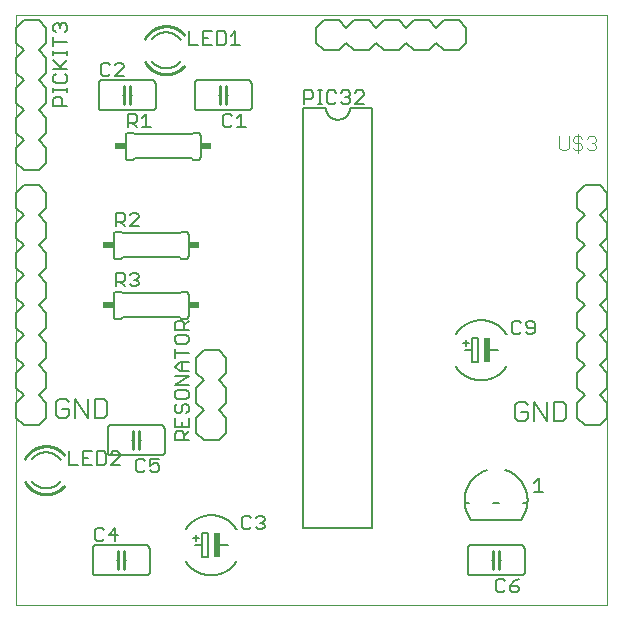
<source format=gto>
G75*
%MOIN*%
%OFA0B0*%
%FSLAX25Y25*%
%IPPOS*%
%LPD*%
%AMOC8*
5,1,8,0,0,1.08239X$1,22.5*
%
%ADD10C,0.00000*%
%ADD11C,0.00600*%
%ADD12C,0.00500*%
%ADD13C,0.01000*%
%ADD14R,0.02000X0.08000*%
%ADD15C,0.00800*%
%ADD16R,0.03400X0.02400*%
%ADD17C,0.00400*%
D10*
X0001800Y0002800D02*
X0001800Y0199650D01*
X0198650Y0199650D01*
X0198650Y0002800D01*
X0001800Y0002800D01*
D11*
X0027300Y0013800D02*
X0027300Y0021800D01*
X0027302Y0021860D01*
X0027307Y0021921D01*
X0027316Y0021980D01*
X0027329Y0022039D01*
X0027345Y0022098D01*
X0027365Y0022155D01*
X0027388Y0022210D01*
X0027415Y0022265D01*
X0027444Y0022317D01*
X0027477Y0022368D01*
X0027513Y0022417D01*
X0027551Y0022463D01*
X0027593Y0022507D01*
X0027637Y0022549D01*
X0027683Y0022587D01*
X0027732Y0022623D01*
X0027783Y0022656D01*
X0027835Y0022685D01*
X0027890Y0022712D01*
X0027945Y0022735D01*
X0028002Y0022755D01*
X0028061Y0022771D01*
X0028120Y0022784D01*
X0028179Y0022793D01*
X0028240Y0022798D01*
X0028300Y0022800D01*
X0045300Y0022800D01*
X0045360Y0022798D01*
X0045421Y0022793D01*
X0045480Y0022784D01*
X0045539Y0022771D01*
X0045598Y0022755D01*
X0045655Y0022735D01*
X0045710Y0022712D01*
X0045765Y0022685D01*
X0045817Y0022656D01*
X0045868Y0022623D01*
X0045917Y0022587D01*
X0045963Y0022549D01*
X0046007Y0022507D01*
X0046049Y0022463D01*
X0046087Y0022417D01*
X0046123Y0022368D01*
X0046156Y0022317D01*
X0046185Y0022265D01*
X0046212Y0022210D01*
X0046235Y0022155D01*
X0046255Y0022098D01*
X0046271Y0022039D01*
X0046284Y0021980D01*
X0046293Y0021921D01*
X0046298Y0021860D01*
X0046300Y0021800D01*
X0046300Y0013800D01*
X0046298Y0013740D01*
X0046293Y0013679D01*
X0046284Y0013620D01*
X0046271Y0013561D01*
X0046255Y0013502D01*
X0046235Y0013445D01*
X0046212Y0013390D01*
X0046185Y0013335D01*
X0046156Y0013283D01*
X0046123Y0013232D01*
X0046087Y0013183D01*
X0046049Y0013137D01*
X0046007Y0013093D01*
X0045963Y0013051D01*
X0045917Y0013013D01*
X0045868Y0012977D01*
X0045817Y0012944D01*
X0045765Y0012915D01*
X0045710Y0012888D01*
X0045655Y0012865D01*
X0045598Y0012845D01*
X0045539Y0012829D01*
X0045480Y0012816D01*
X0045421Y0012807D01*
X0045360Y0012802D01*
X0045300Y0012800D01*
X0028300Y0012800D01*
X0028240Y0012802D01*
X0028179Y0012807D01*
X0028120Y0012816D01*
X0028061Y0012829D01*
X0028002Y0012845D01*
X0027945Y0012865D01*
X0027890Y0012888D01*
X0027835Y0012915D01*
X0027783Y0012944D01*
X0027732Y0012977D01*
X0027683Y0013013D01*
X0027637Y0013051D01*
X0027593Y0013093D01*
X0027551Y0013137D01*
X0027513Y0013183D01*
X0027477Y0013232D01*
X0027444Y0013283D01*
X0027415Y0013335D01*
X0027388Y0013390D01*
X0027365Y0013445D01*
X0027345Y0013502D01*
X0027329Y0013561D01*
X0027316Y0013620D01*
X0027307Y0013679D01*
X0027302Y0013740D01*
X0027300Y0013800D01*
X0035300Y0017800D02*
X0035800Y0017800D01*
X0037800Y0017800D02*
X0038300Y0017800D01*
X0061300Y0022800D02*
X0063800Y0022800D01*
X0063800Y0026800D01*
X0065800Y0026800D01*
X0065800Y0018800D01*
X0063800Y0018800D01*
X0063800Y0022800D01*
X0061800Y0024300D02*
X0061800Y0026300D01*
X0060800Y0025300D02*
X0062800Y0025300D01*
X0058313Y0017512D02*
X0058444Y0017306D01*
X0058581Y0017104D01*
X0058723Y0016905D01*
X0058869Y0016709D01*
X0059020Y0016517D01*
X0059176Y0016329D01*
X0059336Y0016145D01*
X0059501Y0015965D01*
X0059670Y0015788D01*
X0059843Y0015616D01*
X0060021Y0015449D01*
X0060202Y0015285D01*
X0060388Y0015126D01*
X0060577Y0014972D01*
X0060770Y0014822D01*
X0060967Y0014677D01*
X0061167Y0014537D01*
X0061370Y0014402D01*
X0061577Y0014272D01*
X0061787Y0014147D01*
X0062000Y0014027D01*
X0062215Y0013913D01*
X0062434Y0013804D01*
X0062655Y0013700D01*
X0062878Y0013601D01*
X0063104Y0013508D01*
X0063332Y0013421D01*
X0063562Y0013339D01*
X0063794Y0013262D01*
X0064028Y0013192D01*
X0064264Y0013127D01*
X0064501Y0013068D01*
X0064739Y0013015D01*
X0064978Y0012967D01*
X0065219Y0012926D01*
X0065461Y0012890D01*
X0065703Y0012860D01*
X0065946Y0012837D01*
X0066190Y0012819D01*
X0066434Y0012807D01*
X0066678Y0012801D01*
X0066922Y0012801D01*
X0067166Y0012807D01*
X0067410Y0012819D01*
X0067654Y0012837D01*
X0067897Y0012860D01*
X0068139Y0012890D01*
X0068381Y0012926D01*
X0068622Y0012967D01*
X0068861Y0013015D01*
X0069099Y0013068D01*
X0069336Y0013127D01*
X0069572Y0013192D01*
X0069806Y0013262D01*
X0070038Y0013339D01*
X0070268Y0013421D01*
X0070496Y0013508D01*
X0070722Y0013601D01*
X0070945Y0013700D01*
X0071166Y0013804D01*
X0071385Y0013913D01*
X0071600Y0014027D01*
X0071813Y0014147D01*
X0072023Y0014272D01*
X0072230Y0014402D01*
X0072433Y0014537D01*
X0072633Y0014677D01*
X0072830Y0014822D01*
X0073023Y0014972D01*
X0073212Y0015126D01*
X0073398Y0015285D01*
X0073579Y0015449D01*
X0073757Y0015616D01*
X0073930Y0015788D01*
X0074099Y0015965D01*
X0074264Y0016145D01*
X0074424Y0016329D01*
X0074580Y0016517D01*
X0074731Y0016709D01*
X0074877Y0016905D01*
X0075019Y0017104D01*
X0075156Y0017306D01*
X0075287Y0017512D01*
X0072300Y0022800D02*
X0069300Y0022800D01*
X0075287Y0028088D02*
X0075156Y0028294D01*
X0075019Y0028496D01*
X0074877Y0028695D01*
X0074731Y0028891D01*
X0074580Y0029083D01*
X0074424Y0029271D01*
X0074264Y0029455D01*
X0074099Y0029635D01*
X0073930Y0029812D01*
X0073757Y0029984D01*
X0073579Y0030151D01*
X0073398Y0030315D01*
X0073212Y0030474D01*
X0073023Y0030628D01*
X0072830Y0030778D01*
X0072633Y0030923D01*
X0072433Y0031063D01*
X0072230Y0031198D01*
X0072023Y0031328D01*
X0071813Y0031453D01*
X0071600Y0031573D01*
X0071385Y0031687D01*
X0071166Y0031796D01*
X0070945Y0031900D01*
X0070722Y0031999D01*
X0070496Y0032092D01*
X0070268Y0032179D01*
X0070038Y0032261D01*
X0069806Y0032338D01*
X0069572Y0032408D01*
X0069336Y0032473D01*
X0069099Y0032532D01*
X0068861Y0032585D01*
X0068622Y0032633D01*
X0068381Y0032674D01*
X0068139Y0032710D01*
X0067897Y0032740D01*
X0067654Y0032763D01*
X0067410Y0032781D01*
X0067166Y0032793D01*
X0066922Y0032799D01*
X0066678Y0032799D01*
X0066434Y0032793D01*
X0066190Y0032781D01*
X0065946Y0032763D01*
X0065703Y0032740D01*
X0065461Y0032710D01*
X0065219Y0032674D01*
X0064978Y0032633D01*
X0064739Y0032585D01*
X0064501Y0032532D01*
X0064264Y0032473D01*
X0064028Y0032408D01*
X0063794Y0032338D01*
X0063562Y0032261D01*
X0063332Y0032179D01*
X0063104Y0032092D01*
X0062878Y0031999D01*
X0062655Y0031900D01*
X0062434Y0031796D01*
X0062215Y0031687D01*
X0062000Y0031573D01*
X0061787Y0031453D01*
X0061577Y0031328D01*
X0061370Y0031198D01*
X0061167Y0031063D01*
X0060967Y0030923D01*
X0060770Y0030778D01*
X0060577Y0030628D01*
X0060388Y0030474D01*
X0060202Y0030315D01*
X0060021Y0030151D01*
X0059843Y0029984D01*
X0059670Y0029812D01*
X0059501Y0029635D01*
X0059336Y0029455D01*
X0059176Y0029271D01*
X0059020Y0029083D01*
X0058869Y0028891D01*
X0058723Y0028695D01*
X0058581Y0028496D01*
X0058444Y0028294D01*
X0058313Y0028088D01*
X0050300Y0052800D02*
X0033300Y0052800D01*
X0033240Y0052802D01*
X0033179Y0052807D01*
X0033120Y0052816D01*
X0033061Y0052829D01*
X0033002Y0052845D01*
X0032945Y0052865D01*
X0032890Y0052888D01*
X0032835Y0052915D01*
X0032783Y0052944D01*
X0032732Y0052977D01*
X0032683Y0053013D01*
X0032637Y0053051D01*
X0032593Y0053093D01*
X0032551Y0053137D01*
X0032513Y0053183D01*
X0032477Y0053232D01*
X0032444Y0053283D01*
X0032415Y0053335D01*
X0032388Y0053390D01*
X0032365Y0053445D01*
X0032345Y0053502D01*
X0032329Y0053561D01*
X0032316Y0053620D01*
X0032307Y0053679D01*
X0032302Y0053740D01*
X0032300Y0053800D01*
X0032300Y0061800D01*
X0032302Y0061860D01*
X0032307Y0061921D01*
X0032316Y0061980D01*
X0032329Y0062039D01*
X0032345Y0062098D01*
X0032365Y0062155D01*
X0032388Y0062210D01*
X0032415Y0062265D01*
X0032444Y0062317D01*
X0032477Y0062368D01*
X0032513Y0062417D01*
X0032551Y0062463D01*
X0032593Y0062507D01*
X0032637Y0062549D01*
X0032683Y0062587D01*
X0032732Y0062623D01*
X0032783Y0062656D01*
X0032835Y0062685D01*
X0032890Y0062712D01*
X0032945Y0062735D01*
X0033002Y0062755D01*
X0033061Y0062771D01*
X0033120Y0062784D01*
X0033179Y0062793D01*
X0033240Y0062798D01*
X0033300Y0062800D01*
X0050300Y0062800D01*
X0050360Y0062798D01*
X0050421Y0062793D01*
X0050480Y0062784D01*
X0050539Y0062771D01*
X0050598Y0062755D01*
X0050655Y0062735D01*
X0050710Y0062712D01*
X0050765Y0062685D01*
X0050817Y0062656D01*
X0050868Y0062623D01*
X0050917Y0062587D01*
X0050963Y0062549D01*
X0051007Y0062507D01*
X0051049Y0062463D01*
X0051087Y0062417D01*
X0051123Y0062368D01*
X0051156Y0062317D01*
X0051185Y0062265D01*
X0051212Y0062210D01*
X0051235Y0062155D01*
X0051255Y0062098D01*
X0051271Y0062039D01*
X0051284Y0061980D01*
X0051293Y0061921D01*
X0051298Y0061860D01*
X0051300Y0061800D01*
X0051300Y0053800D01*
X0051298Y0053740D01*
X0051293Y0053679D01*
X0051284Y0053620D01*
X0051271Y0053561D01*
X0051255Y0053502D01*
X0051235Y0053445D01*
X0051212Y0053390D01*
X0051185Y0053335D01*
X0051156Y0053283D01*
X0051123Y0053232D01*
X0051087Y0053183D01*
X0051049Y0053137D01*
X0051007Y0053093D01*
X0050963Y0053051D01*
X0050917Y0053013D01*
X0050868Y0052977D01*
X0050817Y0052944D01*
X0050765Y0052915D01*
X0050710Y0052888D01*
X0050655Y0052865D01*
X0050598Y0052845D01*
X0050539Y0052829D01*
X0050480Y0052816D01*
X0050421Y0052807D01*
X0050360Y0052802D01*
X0050300Y0052800D01*
X0043300Y0057800D02*
X0042800Y0057800D01*
X0040800Y0057800D02*
X0040300Y0057800D01*
X0032261Y0066168D02*
X0032261Y0070438D01*
X0031194Y0071505D01*
X0027991Y0071505D01*
X0027991Y0065100D01*
X0031194Y0065100D01*
X0032261Y0066168D01*
X0025816Y0065100D02*
X0025816Y0071505D01*
X0021545Y0071505D02*
X0025816Y0065100D01*
X0021545Y0065100D02*
X0021545Y0071505D01*
X0019370Y0070438D02*
X0018303Y0071505D01*
X0016168Y0071505D01*
X0015100Y0070438D01*
X0015100Y0066168D01*
X0016168Y0065100D01*
X0018303Y0065100D01*
X0019370Y0066168D01*
X0019370Y0068303D01*
X0017235Y0068303D01*
X0007064Y0044117D02*
X0007158Y0043998D01*
X0007256Y0043882D01*
X0007356Y0043768D01*
X0007460Y0043657D01*
X0007566Y0043549D01*
X0007674Y0043443D01*
X0007786Y0043341D01*
X0007900Y0043241D01*
X0008016Y0043143D01*
X0008135Y0043049D01*
X0008256Y0042958D01*
X0008380Y0042870D01*
X0008506Y0042785D01*
X0008633Y0042704D01*
X0008763Y0042625D01*
X0008895Y0042550D01*
X0009028Y0042479D01*
X0009164Y0042410D01*
X0009301Y0042345D01*
X0009439Y0042284D01*
X0009580Y0042226D01*
X0009721Y0042172D01*
X0009864Y0042121D01*
X0010008Y0042074D01*
X0010153Y0042030D01*
X0010300Y0041991D01*
X0010447Y0041955D01*
X0010595Y0041922D01*
X0010744Y0041894D01*
X0010894Y0041869D01*
X0011044Y0041848D01*
X0011194Y0041831D01*
X0011346Y0041817D01*
X0011497Y0041808D01*
X0011648Y0041802D01*
X0011800Y0041800D01*
X0007000Y0051400D02*
X0007092Y0051519D01*
X0007186Y0051636D01*
X0007284Y0051750D01*
X0007384Y0051862D01*
X0007488Y0051972D01*
X0007593Y0052078D01*
X0007702Y0052183D01*
X0007813Y0052284D01*
X0007927Y0052382D01*
X0008043Y0052478D01*
X0008161Y0052571D01*
X0008282Y0052660D01*
X0008405Y0052747D01*
X0008530Y0052830D01*
X0008657Y0052911D01*
X0008786Y0052988D01*
X0008917Y0053062D01*
X0009050Y0053133D01*
X0009184Y0053200D01*
X0009320Y0053264D01*
X0009458Y0053324D01*
X0009597Y0053381D01*
X0009738Y0053434D01*
X0009880Y0053484D01*
X0010023Y0053531D01*
X0010167Y0053573D01*
X0010312Y0053613D01*
X0010458Y0053648D01*
X0010605Y0053680D01*
X0010753Y0053708D01*
X0010901Y0053732D01*
X0011050Y0053753D01*
X0011200Y0053770D01*
X0011349Y0053783D01*
X0011499Y0053792D01*
X0011650Y0053798D01*
X0011800Y0053800D01*
X0016536Y0044117D02*
X0016442Y0043998D01*
X0016344Y0043882D01*
X0016244Y0043768D01*
X0016140Y0043657D01*
X0016034Y0043549D01*
X0015926Y0043443D01*
X0015814Y0043341D01*
X0015700Y0043241D01*
X0015584Y0043143D01*
X0015465Y0043049D01*
X0015344Y0042958D01*
X0015220Y0042870D01*
X0015094Y0042785D01*
X0014967Y0042704D01*
X0014837Y0042625D01*
X0014705Y0042550D01*
X0014572Y0042479D01*
X0014436Y0042410D01*
X0014299Y0042345D01*
X0014161Y0042284D01*
X0014020Y0042226D01*
X0013879Y0042172D01*
X0013736Y0042121D01*
X0013592Y0042074D01*
X0013447Y0042030D01*
X0013300Y0041991D01*
X0013153Y0041955D01*
X0013005Y0041922D01*
X0012856Y0041894D01*
X0012706Y0041869D01*
X0012556Y0041848D01*
X0012406Y0041831D01*
X0012254Y0041817D01*
X0012103Y0041808D01*
X0011952Y0041802D01*
X0011800Y0041800D01*
X0016682Y0051287D02*
X0016591Y0051412D01*
X0016497Y0051534D01*
X0016399Y0051653D01*
X0016299Y0051770D01*
X0016195Y0051884D01*
X0016089Y0051996D01*
X0015980Y0052104D01*
X0015868Y0052210D01*
X0015753Y0052313D01*
X0015636Y0052413D01*
X0015516Y0052511D01*
X0015394Y0052604D01*
X0015270Y0052695D01*
X0015143Y0052783D01*
X0015014Y0052867D01*
X0014882Y0052948D01*
X0014749Y0053025D01*
X0014614Y0053099D01*
X0014477Y0053170D01*
X0014338Y0053237D01*
X0014198Y0053300D01*
X0014055Y0053360D01*
X0013912Y0053416D01*
X0013767Y0053468D01*
X0013621Y0053517D01*
X0013473Y0053562D01*
X0013325Y0053603D01*
X0013175Y0053640D01*
X0013025Y0053674D01*
X0012873Y0053703D01*
X0012721Y0053729D01*
X0012569Y0053751D01*
X0012416Y0053768D01*
X0012262Y0053782D01*
X0012108Y0053792D01*
X0011954Y0053798D01*
X0011800Y0053800D01*
X0035300Y0098300D02*
X0036800Y0098300D01*
X0037300Y0098800D01*
X0056300Y0098800D01*
X0056800Y0098300D01*
X0058300Y0098300D01*
X0058360Y0098302D01*
X0058421Y0098307D01*
X0058480Y0098316D01*
X0058539Y0098329D01*
X0058598Y0098345D01*
X0058655Y0098365D01*
X0058710Y0098388D01*
X0058765Y0098415D01*
X0058817Y0098444D01*
X0058868Y0098477D01*
X0058917Y0098513D01*
X0058963Y0098551D01*
X0059007Y0098593D01*
X0059049Y0098637D01*
X0059087Y0098683D01*
X0059123Y0098732D01*
X0059156Y0098783D01*
X0059185Y0098835D01*
X0059212Y0098890D01*
X0059235Y0098945D01*
X0059255Y0099002D01*
X0059271Y0099061D01*
X0059284Y0099120D01*
X0059293Y0099179D01*
X0059298Y0099240D01*
X0059300Y0099300D01*
X0059300Y0106300D01*
X0059298Y0106360D01*
X0059293Y0106421D01*
X0059284Y0106480D01*
X0059271Y0106539D01*
X0059255Y0106598D01*
X0059235Y0106655D01*
X0059212Y0106710D01*
X0059185Y0106765D01*
X0059156Y0106817D01*
X0059123Y0106868D01*
X0059087Y0106917D01*
X0059049Y0106963D01*
X0059007Y0107007D01*
X0058963Y0107049D01*
X0058917Y0107087D01*
X0058868Y0107123D01*
X0058817Y0107156D01*
X0058765Y0107185D01*
X0058710Y0107212D01*
X0058655Y0107235D01*
X0058598Y0107255D01*
X0058539Y0107271D01*
X0058480Y0107284D01*
X0058421Y0107293D01*
X0058360Y0107298D01*
X0058300Y0107300D01*
X0056800Y0107300D01*
X0056300Y0106800D01*
X0037300Y0106800D01*
X0036800Y0107300D01*
X0035300Y0107300D01*
X0035240Y0107298D01*
X0035179Y0107293D01*
X0035120Y0107284D01*
X0035061Y0107271D01*
X0035002Y0107255D01*
X0034945Y0107235D01*
X0034890Y0107212D01*
X0034835Y0107185D01*
X0034783Y0107156D01*
X0034732Y0107123D01*
X0034683Y0107087D01*
X0034637Y0107049D01*
X0034593Y0107007D01*
X0034551Y0106963D01*
X0034513Y0106917D01*
X0034477Y0106868D01*
X0034444Y0106817D01*
X0034415Y0106765D01*
X0034388Y0106710D01*
X0034365Y0106655D01*
X0034345Y0106598D01*
X0034329Y0106539D01*
X0034316Y0106480D01*
X0034307Y0106421D01*
X0034302Y0106360D01*
X0034300Y0106300D01*
X0034300Y0099300D01*
X0034302Y0099240D01*
X0034307Y0099179D01*
X0034316Y0099120D01*
X0034329Y0099061D01*
X0034345Y0099002D01*
X0034365Y0098945D01*
X0034388Y0098890D01*
X0034415Y0098835D01*
X0034444Y0098783D01*
X0034477Y0098732D01*
X0034513Y0098683D01*
X0034551Y0098637D01*
X0034593Y0098593D01*
X0034637Y0098551D01*
X0034683Y0098513D01*
X0034732Y0098477D01*
X0034783Y0098444D01*
X0034835Y0098415D01*
X0034890Y0098388D01*
X0034945Y0098365D01*
X0035002Y0098345D01*
X0035061Y0098329D01*
X0035120Y0098316D01*
X0035179Y0098307D01*
X0035240Y0098302D01*
X0035300Y0098300D01*
X0035300Y0118300D02*
X0036800Y0118300D01*
X0037300Y0118800D01*
X0056300Y0118800D01*
X0056800Y0118300D01*
X0058300Y0118300D01*
X0058360Y0118302D01*
X0058421Y0118307D01*
X0058480Y0118316D01*
X0058539Y0118329D01*
X0058598Y0118345D01*
X0058655Y0118365D01*
X0058710Y0118388D01*
X0058765Y0118415D01*
X0058817Y0118444D01*
X0058868Y0118477D01*
X0058917Y0118513D01*
X0058963Y0118551D01*
X0059007Y0118593D01*
X0059049Y0118637D01*
X0059087Y0118683D01*
X0059123Y0118732D01*
X0059156Y0118783D01*
X0059185Y0118835D01*
X0059212Y0118890D01*
X0059235Y0118945D01*
X0059255Y0119002D01*
X0059271Y0119061D01*
X0059284Y0119120D01*
X0059293Y0119179D01*
X0059298Y0119240D01*
X0059300Y0119300D01*
X0059300Y0126300D01*
X0059298Y0126360D01*
X0059293Y0126421D01*
X0059284Y0126480D01*
X0059271Y0126539D01*
X0059255Y0126598D01*
X0059235Y0126655D01*
X0059212Y0126710D01*
X0059185Y0126765D01*
X0059156Y0126817D01*
X0059123Y0126868D01*
X0059087Y0126917D01*
X0059049Y0126963D01*
X0059007Y0127007D01*
X0058963Y0127049D01*
X0058917Y0127087D01*
X0058868Y0127123D01*
X0058817Y0127156D01*
X0058765Y0127185D01*
X0058710Y0127212D01*
X0058655Y0127235D01*
X0058598Y0127255D01*
X0058539Y0127271D01*
X0058480Y0127284D01*
X0058421Y0127293D01*
X0058360Y0127298D01*
X0058300Y0127300D01*
X0056800Y0127300D01*
X0056300Y0126800D01*
X0037300Y0126800D01*
X0036800Y0127300D01*
X0035300Y0127300D01*
X0035240Y0127298D01*
X0035179Y0127293D01*
X0035120Y0127284D01*
X0035061Y0127271D01*
X0035002Y0127255D01*
X0034945Y0127235D01*
X0034890Y0127212D01*
X0034835Y0127185D01*
X0034783Y0127156D01*
X0034732Y0127123D01*
X0034683Y0127087D01*
X0034637Y0127049D01*
X0034593Y0127007D01*
X0034551Y0126963D01*
X0034513Y0126917D01*
X0034477Y0126868D01*
X0034444Y0126817D01*
X0034415Y0126765D01*
X0034388Y0126710D01*
X0034365Y0126655D01*
X0034345Y0126598D01*
X0034329Y0126539D01*
X0034316Y0126480D01*
X0034307Y0126421D01*
X0034302Y0126360D01*
X0034300Y0126300D01*
X0034300Y0119300D01*
X0034302Y0119240D01*
X0034307Y0119179D01*
X0034316Y0119120D01*
X0034329Y0119061D01*
X0034345Y0119002D01*
X0034365Y0118945D01*
X0034388Y0118890D01*
X0034415Y0118835D01*
X0034444Y0118783D01*
X0034477Y0118732D01*
X0034513Y0118683D01*
X0034551Y0118637D01*
X0034593Y0118593D01*
X0034637Y0118551D01*
X0034683Y0118513D01*
X0034732Y0118477D01*
X0034783Y0118444D01*
X0034835Y0118415D01*
X0034890Y0118388D01*
X0034945Y0118365D01*
X0035002Y0118345D01*
X0035061Y0118329D01*
X0035120Y0118316D01*
X0035179Y0118307D01*
X0035240Y0118302D01*
X0035300Y0118300D01*
X0039300Y0151300D02*
X0040800Y0151300D01*
X0041300Y0151800D01*
X0060300Y0151800D01*
X0060800Y0151300D01*
X0062300Y0151300D01*
X0062360Y0151302D01*
X0062421Y0151307D01*
X0062480Y0151316D01*
X0062539Y0151329D01*
X0062598Y0151345D01*
X0062655Y0151365D01*
X0062710Y0151388D01*
X0062765Y0151415D01*
X0062817Y0151444D01*
X0062868Y0151477D01*
X0062917Y0151513D01*
X0062963Y0151551D01*
X0063007Y0151593D01*
X0063049Y0151637D01*
X0063087Y0151683D01*
X0063123Y0151732D01*
X0063156Y0151783D01*
X0063185Y0151835D01*
X0063212Y0151890D01*
X0063235Y0151945D01*
X0063255Y0152002D01*
X0063271Y0152061D01*
X0063284Y0152120D01*
X0063293Y0152179D01*
X0063298Y0152240D01*
X0063300Y0152300D01*
X0063300Y0159300D01*
X0063298Y0159360D01*
X0063293Y0159421D01*
X0063284Y0159480D01*
X0063271Y0159539D01*
X0063255Y0159598D01*
X0063235Y0159655D01*
X0063212Y0159710D01*
X0063185Y0159765D01*
X0063156Y0159817D01*
X0063123Y0159868D01*
X0063087Y0159917D01*
X0063049Y0159963D01*
X0063007Y0160007D01*
X0062963Y0160049D01*
X0062917Y0160087D01*
X0062868Y0160123D01*
X0062817Y0160156D01*
X0062765Y0160185D01*
X0062710Y0160212D01*
X0062655Y0160235D01*
X0062598Y0160255D01*
X0062539Y0160271D01*
X0062480Y0160284D01*
X0062421Y0160293D01*
X0062360Y0160298D01*
X0062300Y0160300D01*
X0060800Y0160300D01*
X0060300Y0159800D01*
X0041300Y0159800D01*
X0040800Y0160300D01*
X0039300Y0160300D01*
X0039240Y0160298D01*
X0039179Y0160293D01*
X0039120Y0160284D01*
X0039061Y0160271D01*
X0039002Y0160255D01*
X0038945Y0160235D01*
X0038890Y0160212D01*
X0038835Y0160185D01*
X0038783Y0160156D01*
X0038732Y0160123D01*
X0038683Y0160087D01*
X0038637Y0160049D01*
X0038593Y0160007D01*
X0038551Y0159963D01*
X0038513Y0159917D01*
X0038477Y0159868D01*
X0038444Y0159817D01*
X0038415Y0159765D01*
X0038388Y0159710D01*
X0038365Y0159655D01*
X0038345Y0159598D01*
X0038329Y0159539D01*
X0038316Y0159480D01*
X0038307Y0159421D01*
X0038302Y0159360D01*
X0038300Y0159300D01*
X0038300Y0152300D01*
X0038302Y0152240D01*
X0038307Y0152179D01*
X0038316Y0152120D01*
X0038329Y0152061D01*
X0038345Y0152002D01*
X0038365Y0151945D01*
X0038388Y0151890D01*
X0038415Y0151835D01*
X0038444Y0151783D01*
X0038477Y0151732D01*
X0038513Y0151683D01*
X0038551Y0151637D01*
X0038593Y0151593D01*
X0038637Y0151551D01*
X0038683Y0151513D01*
X0038732Y0151477D01*
X0038783Y0151444D01*
X0038835Y0151415D01*
X0038890Y0151388D01*
X0038945Y0151365D01*
X0039002Y0151345D01*
X0039061Y0151329D01*
X0039120Y0151316D01*
X0039179Y0151307D01*
X0039240Y0151302D01*
X0039300Y0151300D01*
X0047300Y0167800D02*
X0030300Y0167800D01*
X0030240Y0167802D01*
X0030179Y0167807D01*
X0030120Y0167816D01*
X0030061Y0167829D01*
X0030002Y0167845D01*
X0029945Y0167865D01*
X0029890Y0167888D01*
X0029835Y0167915D01*
X0029783Y0167944D01*
X0029732Y0167977D01*
X0029683Y0168013D01*
X0029637Y0168051D01*
X0029593Y0168093D01*
X0029551Y0168137D01*
X0029513Y0168183D01*
X0029477Y0168232D01*
X0029444Y0168283D01*
X0029415Y0168335D01*
X0029388Y0168390D01*
X0029365Y0168445D01*
X0029345Y0168502D01*
X0029329Y0168561D01*
X0029316Y0168620D01*
X0029307Y0168679D01*
X0029302Y0168740D01*
X0029300Y0168800D01*
X0029300Y0176800D01*
X0029302Y0176860D01*
X0029307Y0176921D01*
X0029316Y0176980D01*
X0029329Y0177039D01*
X0029345Y0177098D01*
X0029365Y0177155D01*
X0029388Y0177210D01*
X0029415Y0177265D01*
X0029444Y0177317D01*
X0029477Y0177368D01*
X0029513Y0177417D01*
X0029551Y0177463D01*
X0029593Y0177507D01*
X0029637Y0177549D01*
X0029683Y0177587D01*
X0029732Y0177623D01*
X0029783Y0177656D01*
X0029835Y0177685D01*
X0029890Y0177712D01*
X0029945Y0177735D01*
X0030002Y0177755D01*
X0030061Y0177771D01*
X0030120Y0177784D01*
X0030179Y0177793D01*
X0030240Y0177798D01*
X0030300Y0177800D01*
X0047300Y0177800D01*
X0047360Y0177798D01*
X0047421Y0177793D01*
X0047480Y0177784D01*
X0047539Y0177771D01*
X0047598Y0177755D01*
X0047655Y0177735D01*
X0047710Y0177712D01*
X0047765Y0177685D01*
X0047817Y0177656D01*
X0047868Y0177623D01*
X0047917Y0177587D01*
X0047963Y0177549D01*
X0048007Y0177507D01*
X0048049Y0177463D01*
X0048087Y0177417D01*
X0048123Y0177368D01*
X0048156Y0177317D01*
X0048185Y0177265D01*
X0048212Y0177210D01*
X0048235Y0177155D01*
X0048255Y0177098D01*
X0048271Y0177039D01*
X0048284Y0176980D01*
X0048293Y0176921D01*
X0048298Y0176860D01*
X0048300Y0176800D01*
X0048300Y0168800D01*
X0048298Y0168740D01*
X0048293Y0168679D01*
X0048284Y0168620D01*
X0048271Y0168561D01*
X0048255Y0168502D01*
X0048235Y0168445D01*
X0048212Y0168390D01*
X0048185Y0168335D01*
X0048156Y0168283D01*
X0048123Y0168232D01*
X0048087Y0168183D01*
X0048049Y0168137D01*
X0048007Y0168093D01*
X0047963Y0168051D01*
X0047917Y0168013D01*
X0047868Y0167977D01*
X0047817Y0167944D01*
X0047765Y0167915D01*
X0047710Y0167888D01*
X0047655Y0167865D01*
X0047598Y0167845D01*
X0047539Y0167829D01*
X0047480Y0167816D01*
X0047421Y0167807D01*
X0047360Y0167802D01*
X0047300Y0167800D01*
X0040300Y0172800D02*
X0039800Y0172800D01*
X0037800Y0172800D02*
X0037300Y0172800D01*
X0051800Y0193800D02*
X0051954Y0193798D01*
X0052108Y0193792D01*
X0052262Y0193782D01*
X0052416Y0193768D01*
X0052569Y0193751D01*
X0052721Y0193729D01*
X0052873Y0193703D01*
X0053025Y0193674D01*
X0053175Y0193640D01*
X0053325Y0193603D01*
X0053473Y0193562D01*
X0053621Y0193517D01*
X0053767Y0193468D01*
X0053912Y0193416D01*
X0054055Y0193360D01*
X0054198Y0193300D01*
X0054338Y0193237D01*
X0054477Y0193170D01*
X0054614Y0193099D01*
X0054749Y0193025D01*
X0054882Y0192948D01*
X0055014Y0192867D01*
X0055143Y0192783D01*
X0055270Y0192695D01*
X0055394Y0192604D01*
X0055516Y0192511D01*
X0055636Y0192413D01*
X0055753Y0192313D01*
X0055868Y0192210D01*
X0055980Y0192104D01*
X0056089Y0191996D01*
X0056195Y0191884D01*
X0056299Y0191770D01*
X0056399Y0191653D01*
X0056497Y0191534D01*
X0056591Y0191412D01*
X0056682Y0191287D01*
X0051800Y0181800D02*
X0051648Y0181802D01*
X0051497Y0181808D01*
X0051346Y0181817D01*
X0051194Y0181831D01*
X0051044Y0181848D01*
X0050894Y0181869D01*
X0050744Y0181894D01*
X0050595Y0181922D01*
X0050447Y0181955D01*
X0050300Y0181991D01*
X0050153Y0182030D01*
X0050008Y0182074D01*
X0049864Y0182121D01*
X0049721Y0182172D01*
X0049580Y0182226D01*
X0049439Y0182284D01*
X0049301Y0182345D01*
X0049164Y0182410D01*
X0049028Y0182479D01*
X0048895Y0182550D01*
X0048763Y0182625D01*
X0048633Y0182704D01*
X0048506Y0182785D01*
X0048380Y0182870D01*
X0048256Y0182958D01*
X0048135Y0183049D01*
X0048016Y0183143D01*
X0047900Y0183241D01*
X0047786Y0183341D01*
X0047674Y0183443D01*
X0047566Y0183549D01*
X0047460Y0183657D01*
X0047356Y0183768D01*
X0047256Y0183882D01*
X0047158Y0183998D01*
X0047064Y0184117D01*
X0051800Y0181800D02*
X0051952Y0181802D01*
X0052103Y0181808D01*
X0052254Y0181817D01*
X0052406Y0181831D01*
X0052556Y0181848D01*
X0052706Y0181869D01*
X0052856Y0181894D01*
X0053005Y0181922D01*
X0053153Y0181955D01*
X0053300Y0181991D01*
X0053447Y0182030D01*
X0053592Y0182074D01*
X0053736Y0182121D01*
X0053879Y0182172D01*
X0054020Y0182226D01*
X0054161Y0182284D01*
X0054299Y0182345D01*
X0054436Y0182410D01*
X0054572Y0182479D01*
X0054705Y0182550D01*
X0054837Y0182625D01*
X0054967Y0182704D01*
X0055094Y0182785D01*
X0055220Y0182870D01*
X0055344Y0182958D01*
X0055465Y0183049D01*
X0055584Y0183143D01*
X0055700Y0183241D01*
X0055814Y0183341D01*
X0055926Y0183443D01*
X0056034Y0183549D01*
X0056140Y0183657D01*
X0056244Y0183768D01*
X0056344Y0183882D01*
X0056442Y0183998D01*
X0056536Y0184117D01*
X0051800Y0193800D02*
X0051650Y0193798D01*
X0051499Y0193792D01*
X0051349Y0193783D01*
X0051200Y0193770D01*
X0051050Y0193753D01*
X0050901Y0193732D01*
X0050753Y0193708D01*
X0050605Y0193680D01*
X0050458Y0193648D01*
X0050312Y0193613D01*
X0050167Y0193573D01*
X0050023Y0193531D01*
X0049880Y0193484D01*
X0049738Y0193434D01*
X0049597Y0193381D01*
X0049458Y0193324D01*
X0049320Y0193264D01*
X0049184Y0193200D01*
X0049050Y0193133D01*
X0048917Y0193062D01*
X0048786Y0192988D01*
X0048657Y0192911D01*
X0048530Y0192830D01*
X0048405Y0192747D01*
X0048282Y0192660D01*
X0048161Y0192571D01*
X0048043Y0192478D01*
X0047927Y0192382D01*
X0047813Y0192284D01*
X0047702Y0192183D01*
X0047593Y0192078D01*
X0047488Y0191972D01*
X0047384Y0191862D01*
X0047284Y0191750D01*
X0047186Y0191636D01*
X0047092Y0191519D01*
X0047000Y0191400D01*
X0061300Y0176800D02*
X0061300Y0168800D01*
X0061302Y0168740D01*
X0061307Y0168679D01*
X0061316Y0168620D01*
X0061329Y0168561D01*
X0061345Y0168502D01*
X0061365Y0168445D01*
X0061388Y0168390D01*
X0061415Y0168335D01*
X0061444Y0168283D01*
X0061477Y0168232D01*
X0061513Y0168183D01*
X0061551Y0168137D01*
X0061593Y0168093D01*
X0061637Y0168051D01*
X0061683Y0168013D01*
X0061732Y0167977D01*
X0061783Y0167944D01*
X0061835Y0167915D01*
X0061890Y0167888D01*
X0061945Y0167865D01*
X0062002Y0167845D01*
X0062061Y0167829D01*
X0062120Y0167816D01*
X0062179Y0167807D01*
X0062240Y0167802D01*
X0062300Y0167800D01*
X0079300Y0167800D01*
X0079360Y0167802D01*
X0079421Y0167807D01*
X0079480Y0167816D01*
X0079539Y0167829D01*
X0079598Y0167845D01*
X0079655Y0167865D01*
X0079710Y0167888D01*
X0079765Y0167915D01*
X0079817Y0167944D01*
X0079868Y0167977D01*
X0079917Y0168013D01*
X0079963Y0168051D01*
X0080007Y0168093D01*
X0080049Y0168137D01*
X0080087Y0168183D01*
X0080123Y0168232D01*
X0080156Y0168283D01*
X0080185Y0168335D01*
X0080212Y0168390D01*
X0080235Y0168445D01*
X0080255Y0168502D01*
X0080271Y0168561D01*
X0080284Y0168620D01*
X0080293Y0168679D01*
X0080298Y0168740D01*
X0080300Y0168800D01*
X0080300Y0176800D01*
X0080298Y0176860D01*
X0080293Y0176921D01*
X0080284Y0176980D01*
X0080271Y0177039D01*
X0080255Y0177098D01*
X0080235Y0177155D01*
X0080212Y0177210D01*
X0080185Y0177265D01*
X0080156Y0177317D01*
X0080123Y0177368D01*
X0080087Y0177417D01*
X0080049Y0177463D01*
X0080007Y0177507D01*
X0079963Y0177549D01*
X0079917Y0177587D01*
X0079868Y0177623D01*
X0079817Y0177656D01*
X0079765Y0177685D01*
X0079710Y0177712D01*
X0079655Y0177735D01*
X0079598Y0177755D01*
X0079539Y0177771D01*
X0079480Y0177784D01*
X0079421Y0177793D01*
X0079360Y0177798D01*
X0079300Y0177800D01*
X0062300Y0177800D01*
X0062240Y0177798D01*
X0062179Y0177793D01*
X0062120Y0177784D01*
X0062061Y0177771D01*
X0062002Y0177755D01*
X0061945Y0177735D01*
X0061890Y0177712D01*
X0061835Y0177685D01*
X0061783Y0177656D01*
X0061732Y0177623D01*
X0061683Y0177587D01*
X0061637Y0177549D01*
X0061593Y0177507D01*
X0061551Y0177463D01*
X0061513Y0177417D01*
X0061477Y0177368D01*
X0061444Y0177317D01*
X0061415Y0177265D01*
X0061388Y0177210D01*
X0061365Y0177155D01*
X0061345Y0177098D01*
X0061329Y0177039D01*
X0061316Y0176980D01*
X0061307Y0176921D01*
X0061302Y0176860D01*
X0061300Y0176800D01*
X0069300Y0172800D02*
X0069800Y0172800D01*
X0071800Y0172800D02*
X0072300Y0172800D01*
X0097583Y0168666D02*
X0105083Y0168666D01*
X0105085Y0168540D01*
X0105091Y0168415D01*
X0105101Y0168290D01*
X0105115Y0168165D01*
X0105132Y0168040D01*
X0105154Y0167916D01*
X0105179Y0167793D01*
X0105209Y0167671D01*
X0105242Y0167550D01*
X0105279Y0167430D01*
X0105319Y0167311D01*
X0105364Y0167194D01*
X0105412Y0167077D01*
X0105464Y0166963D01*
X0105519Y0166850D01*
X0105578Y0166739D01*
X0105640Y0166630D01*
X0105706Y0166523D01*
X0105775Y0166418D01*
X0105847Y0166315D01*
X0105922Y0166214D01*
X0106001Y0166116D01*
X0106083Y0166021D01*
X0106167Y0165928D01*
X0106255Y0165838D01*
X0106345Y0165750D01*
X0106438Y0165666D01*
X0106533Y0165584D01*
X0106631Y0165505D01*
X0106732Y0165430D01*
X0106835Y0165358D01*
X0106940Y0165289D01*
X0107047Y0165223D01*
X0107156Y0165161D01*
X0107267Y0165102D01*
X0107380Y0165047D01*
X0107494Y0164995D01*
X0107611Y0164947D01*
X0107728Y0164902D01*
X0107847Y0164862D01*
X0107967Y0164825D01*
X0108088Y0164792D01*
X0108210Y0164762D01*
X0108333Y0164737D01*
X0108457Y0164715D01*
X0108582Y0164698D01*
X0108707Y0164684D01*
X0108832Y0164674D01*
X0108957Y0164668D01*
X0109083Y0164666D01*
X0109209Y0164668D01*
X0109334Y0164674D01*
X0109459Y0164684D01*
X0109584Y0164698D01*
X0109709Y0164715D01*
X0109833Y0164737D01*
X0109956Y0164762D01*
X0110078Y0164792D01*
X0110199Y0164825D01*
X0110319Y0164862D01*
X0110438Y0164902D01*
X0110555Y0164947D01*
X0110672Y0164995D01*
X0110786Y0165047D01*
X0110899Y0165102D01*
X0111010Y0165161D01*
X0111119Y0165223D01*
X0111226Y0165289D01*
X0111331Y0165358D01*
X0111434Y0165430D01*
X0111535Y0165505D01*
X0111633Y0165584D01*
X0111728Y0165666D01*
X0111821Y0165750D01*
X0111911Y0165838D01*
X0111999Y0165928D01*
X0112083Y0166021D01*
X0112165Y0166116D01*
X0112244Y0166214D01*
X0112319Y0166315D01*
X0112391Y0166418D01*
X0112460Y0166523D01*
X0112526Y0166630D01*
X0112588Y0166739D01*
X0112647Y0166850D01*
X0112702Y0166963D01*
X0112754Y0167077D01*
X0112802Y0167194D01*
X0112847Y0167311D01*
X0112887Y0167430D01*
X0112924Y0167550D01*
X0112957Y0167671D01*
X0112987Y0167793D01*
X0113012Y0167916D01*
X0113034Y0168040D01*
X0113051Y0168165D01*
X0113065Y0168290D01*
X0113075Y0168415D01*
X0113081Y0168540D01*
X0113083Y0168666D01*
X0120583Y0168666D01*
X0120583Y0028666D01*
X0097583Y0028666D01*
X0097583Y0168666D01*
X0151800Y0091300D02*
X0151800Y0089300D01*
X0150800Y0090300D02*
X0152800Y0090300D01*
X0153800Y0091800D02*
X0153800Y0087800D01*
X0153800Y0083800D01*
X0155800Y0083800D01*
X0155800Y0091800D01*
X0153800Y0091800D01*
X0153800Y0087800D02*
X0151300Y0087800D01*
X0148313Y0082512D02*
X0148444Y0082306D01*
X0148581Y0082104D01*
X0148723Y0081905D01*
X0148869Y0081709D01*
X0149020Y0081517D01*
X0149176Y0081329D01*
X0149336Y0081145D01*
X0149501Y0080965D01*
X0149670Y0080788D01*
X0149843Y0080616D01*
X0150021Y0080449D01*
X0150202Y0080285D01*
X0150388Y0080126D01*
X0150577Y0079972D01*
X0150770Y0079822D01*
X0150967Y0079677D01*
X0151167Y0079537D01*
X0151370Y0079402D01*
X0151577Y0079272D01*
X0151787Y0079147D01*
X0152000Y0079027D01*
X0152215Y0078913D01*
X0152434Y0078804D01*
X0152655Y0078700D01*
X0152878Y0078601D01*
X0153104Y0078508D01*
X0153332Y0078421D01*
X0153562Y0078339D01*
X0153794Y0078262D01*
X0154028Y0078192D01*
X0154264Y0078127D01*
X0154501Y0078068D01*
X0154739Y0078015D01*
X0154978Y0077967D01*
X0155219Y0077926D01*
X0155461Y0077890D01*
X0155703Y0077860D01*
X0155946Y0077837D01*
X0156190Y0077819D01*
X0156434Y0077807D01*
X0156678Y0077801D01*
X0156922Y0077801D01*
X0157166Y0077807D01*
X0157410Y0077819D01*
X0157654Y0077837D01*
X0157897Y0077860D01*
X0158139Y0077890D01*
X0158381Y0077926D01*
X0158622Y0077967D01*
X0158861Y0078015D01*
X0159099Y0078068D01*
X0159336Y0078127D01*
X0159572Y0078192D01*
X0159806Y0078262D01*
X0160038Y0078339D01*
X0160268Y0078421D01*
X0160496Y0078508D01*
X0160722Y0078601D01*
X0160945Y0078700D01*
X0161166Y0078804D01*
X0161385Y0078913D01*
X0161600Y0079027D01*
X0161813Y0079147D01*
X0162023Y0079272D01*
X0162230Y0079402D01*
X0162433Y0079537D01*
X0162633Y0079677D01*
X0162830Y0079822D01*
X0163023Y0079972D01*
X0163212Y0080126D01*
X0163398Y0080285D01*
X0163579Y0080449D01*
X0163757Y0080616D01*
X0163930Y0080788D01*
X0164099Y0080965D01*
X0164264Y0081145D01*
X0164424Y0081329D01*
X0164580Y0081517D01*
X0164731Y0081709D01*
X0164877Y0081905D01*
X0165019Y0082104D01*
X0165156Y0082306D01*
X0165287Y0082512D01*
X0162300Y0087800D02*
X0159300Y0087800D01*
X0165287Y0093088D02*
X0165156Y0093294D01*
X0165019Y0093496D01*
X0164877Y0093695D01*
X0164731Y0093891D01*
X0164580Y0094083D01*
X0164424Y0094271D01*
X0164264Y0094455D01*
X0164099Y0094635D01*
X0163930Y0094812D01*
X0163757Y0094984D01*
X0163579Y0095151D01*
X0163398Y0095315D01*
X0163212Y0095474D01*
X0163023Y0095628D01*
X0162830Y0095778D01*
X0162633Y0095923D01*
X0162433Y0096063D01*
X0162230Y0096198D01*
X0162023Y0096328D01*
X0161813Y0096453D01*
X0161600Y0096573D01*
X0161385Y0096687D01*
X0161166Y0096796D01*
X0160945Y0096900D01*
X0160722Y0096999D01*
X0160496Y0097092D01*
X0160268Y0097179D01*
X0160038Y0097261D01*
X0159806Y0097338D01*
X0159572Y0097408D01*
X0159336Y0097473D01*
X0159099Y0097532D01*
X0158861Y0097585D01*
X0158622Y0097633D01*
X0158381Y0097674D01*
X0158139Y0097710D01*
X0157897Y0097740D01*
X0157654Y0097763D01*
X0157410Y0097781D01*
X0157166Y0097793D01*
X0156922Y0097799D01*
X0156678Y0097799D01*
X0156434Y0097793D01*
X0156190Y0097781D01*
X0155946Y0097763D01*
X0155703Y0097740D01*
X0155461Y0097710D01*
X0155219Y0097674D01*
X0154978Y0097633D01*
X0154739Y0097585D01*
X0154501Y0097532D01*
X0154264Y0097473D01*
X0154028Y0097408D01*
X0153794Y0097338D01*
X0153562Y0097261D01*
X0153332Y0097179D01*
X0153104Y0097092D01*
X0152878Y0096999D01*
X0152655Y0096900D01*
X0152434Y0096796D01*
X0152215Y0096687D01*
X0152000Y0096573D01*
X0151787Y0096453D01*
X0151577Y0096328D01*
X0151370Y0096198D01*
X0151167Y0096063D01*
X0150967Y0095923D01*
X0150770Y0095778D01*
X0150577Y0095628D01*
X0150388Y0095474D01*
X0150202Y0095315D01*
X0150021Y0095151D01*
X0149843Y0094984D01*
X0149670Y0094812D01*
X0149501Y0094635D01*
X0149336Y0094455D01*
X0149176Y0094271D01*
X0149020Y0094083D01*
X0148869Y0093891D01*
X0148723Y0093695D01*
X0148581Y0093496D01*
X0148444Y0093294D01*
X0148313Y0093088D01*
X0169168Y0070505D02*
X0168100Y0069438D01*
X0168100Y0065168D01*
X0169168Y0064100D01*
X0171303Y0064100D01*
X0172370Y0065168D01*
X0172370Y0067303D01*
X0170235Y0067303D01*
X0172370Y0069438D02*
X0171303Y0070505D01*
X0169168Y0070505D01*
X0174545Y0070505D02*
X0174545Y0064100D01*
X0178816Y0064100D02*
X0178816Y0070505D01*
X0180991Y0070505D02*
X0184194Y0070505D01*
X0185261Y0069438D01*
X0185261Y0065168D01*
X0184194Y0064100D01*
X0180991Y0064100D01*
X0180991Y0070505D01*
X0174545Y0070505D02*
X0178816Y0064100D01*
X0170300Y0022800D02*
X0153300Y0022800D01*
X0153240Y0022798D01*
X0153179Y0022793D01*
X0153120Y0022784D01*
X0153061Y0022771D01*
X0153002Y0022755D01*
X0152945Y0022735D01*
X0152890Y0022712D01*
X0152835Y0022685D01*
X0152783Y0022656D01*
X0152732Y0022623D01*
X0152683Y0022587D01*
X0152637Y0022549D01*
X0152593Y0022507D01*
X0152551Y0022463D01*
X0152513Y0022417D01*
X0152477Y0022368D01*
X0152444Y0022317D01*
X0152415Y0022265D01*
X0152388Y0022210D01*
X0152365Y0022155D01*
X0152345Y0022098D01*
X0152329Y0022039D01*
X0152316Y0021980D01*
X0152307Y0021921D01*
X0152302Y0021860D01*
X0152300Y0021800D01*
X0152300Y0013800D01*
X0152302Y0013740D01*
X0152307Y0013679D01*
X0152316Y0013620D01*
X0152329Y0013561D01*
X0152345Y0013502D01*
X0152365Y0013445D01*
X0152388Y0013390D01*
X0152415Y0013335D01*
X0152444Y0013283D01*
X0152477Y0013232D01*
X0152513Y0013183D01*
X0152551Y0013137D01*
X0152593Y0013093D01*
X0152637Y0013051D01*
X0152683Y0013013D01*
X0152732Y0012977D01*
X0152783Y0012944D01*
X0152835Y0012915D01*
X0152890Y0012888D01*
X0152945Y0012865D01*
X0153002Y0012845D01*
X0153061Y0012829D01*
X0153120Y0012816D01*
X0153179Y0012807D01*
X0153240Y0012802D01*
X0153300Y0012800D01*
X0170300Y0012800D01*
X0170360Y0012802D01*
X0170421Y0012807D01*
X0170480Y0012816D01*
X0170539Y0012829D01*
X0170598Y0012845D01*
X0170655Y0012865D01*
X0170710Y0012888D01*
X0170765Y0012915D01*
X0170817Y0012944D01*
X0170868Y0012977D01*
X0170917Y0013013D01*
X0170963Y0013051D01*
X0171007Y0013093D01*
X0171049Y0013137D01*
X0171087Y0013183D01*
X0171123Y0013232D01*
X0171156Y0013283D01*
X0171185Y0013335D01*
X0171212Y0013390D01*
X0171235Y0013445D01*
X0171255Y0013502D01*
X0171271Y0013561D01*
X0171284Y0013620D01*
X0171293Y0013679D01*
X0171298Y0013740D01*
X0171300Y0013800D01*
X0171300Y0021800D01*
X0171298Y0021860D01*
X0171293Y0021921D01*
X0171284Y0021980D01*
X0171271Y0022039D01*
X0171255Y0022098D01*
X0171235Y0022155D01*
X0171212Y0022210D01*
X0171185Y0022265D01*
X0171156Y0022317D01*
X0171123Y0022368D01*
X0171087Y0022417D01*
X0171049Y0022463D01*
X0171007Y0022507D01*
X0170963Y0022549D01*
X0170917Y0022587D01*
X0170868Y0022623D01*
X0170817Y0022656D01*
X0170765Y0022685D01*
X0170710Y0022712D01*
X0170655Y0022735D01*
X0170598Y0022755D01*
X0170539Y0022771D01*
X0170480Y0022784D01*
X0170421Y0022793D01*
X0170360Y0022798D01*
X0170300Y0022800D01*
X0163300Y0017800D02*
X0162800Y0017800D01*
X0160800Y0017800D02*
X0160300Y0017800D01*
D12*
X0162593Y0011554D02*
X0161842Y0010803D01*
X0161842Y0007801D01*
X0162593Y0007050D01*
X0164094Y0007050D01*
X0164845Y0007801D01*
X0166446Y0007801D02*
X0167197Y0007050D01*
X0168698Y0007050D01*
X0169449Y0007801D01*
X0169449Y0008551D01*
X0168698Y0009302D01*
X0166446Y0009302D01*
X0166446Y0007801D01*
X0166446Y0009302D02*
X0167947Y0010803D01*
X0169449Y0011554D01*
X0164845Y0010803D02*
X0164094Y0011554D01*
X0162593Y0011554D01*
X0170046Y0031300D02*
X0153554Y0031300D01*
X0152927Y0036800D02*
X0151348Y0036800D01*
X0160673Y0036800D02*
X0162927Y0036800D01*
X0153554Y0031300D02*
X0153401Y0031499D01*
X0153253Y0031701D01*
X0153110Y0031906D01*
X0152972Y0032115D01*
X0152839Y0032327D01*
X0152711Y0032542D01*
X0152589Y0032760D01*
X0152471Y0032981D01*
X0152359Y0033205D01*
X0152252Y0033431D01*
X0152151Y0033660D01*
X0152055Y0033891D01*
X0151964Y0034125D01*
X0151879Y0034360D01*
X0151800Y0034598D01*
X0151727Y0034837D01*
X0151659Y0035078D01*
X0151597Y0035320D01*
X0151541Y0035564D01*
X0151490Y0035810D01*
X0151446Y0036056D01*
X0151407Y0036303D01*
X0151375Y0036551D01*
X0151348Y0036800D01*
X0164896Y0047833D02*
X0165138Y0047755D01*
X0165378Y0047671D01*
X0165616Y0047582D01*
X0165852Y0047486D01*
X0166086Y0047385D01*
X0166317Y0047279D01*
X0166545Y0047166D01*
X0166771Y0047049D01*
X0166994Y0046926D01*
X0167213Y0046797D01*
X0167430Y0046663D01*
X0167643Y0046524D01*
X0167853Y0046380D01*
X0168059Y0046231D01*
X0168261Y0046077D01*
X0168460Y0045918D01*
X0168655Y0045754D01*
X0168846Y0045585D01*
X0169032Y0045412D01*
X0169215Y0045235D01*
X0169393Y0045053D01*
X0169566Y0044867D01*
X0169735Y0044676D01*
X0169899Y0044482D01*
X0170059Y0044284D01*
X0170214Y0044082D01*
X0170363Y0043876D01*
X0170508Y0043667D01*
X0170648Y0043454D01*
X0170782Y0043238D01*
X0170911Y0043018D01*
X0171035Y0042796D01*
X0171154Y0042571D01*
X0171266Y0042343D01*
X0171374Y0042112D01*
X0171475Y0041879D01*
X0171571Y0041643D01*
X0171662Y0041405D01*
X0171746Y0041165D01*
X0171825Y0040923D01*
X0171898Y0040679D01*
X0171964Y0040433D01*
X0172025Y0040186D01*
X0172080Y0039938D01*
X0172129Y0039688D01*
X0172172Y0039437D01*
X0172208Y0039185D01*
X0172239Y0038933D01*
X0172263Y0038679D01*
X0172281Y0038426D01*
X0172293Y0038171D01*
X0172299Y0037917D01*
X0172299Y0037662D01*
X0172293Y0037408D01*
X0172280Y0037154D01*
X0172261Y0036900D01*
X0172236Y0036647D01*
X0172205Y0036394D01*
X0172168Y0036142D01*
X0172125Y0035892D01*
X0172076Y0035642D01*
X0172021Y0035393D01*
X0171959Y0035146D01*
X0171892Y0034901D01*
X0171819Y0034657D01*
X0171740Y0034415D01*
X0171655Y0034176D01*
X0171564Y0033938D01*
X0171467Y0033702D01*
X0171365Y0033469D01*
X0171257Y0033239D01*
X0171144Y0033011D01*
X0171025Y0032786D01*
X0170901Y0032564D01*
X0170772Y0032345D01*
X0170637Y0032129D01*
X0170497Y0031916D01*
X0170351Y0031707D01*
X0170201Y0031502D01*
X0170046Y0031300D01*
X0170673Y0036800D02*
X0172252Y0036800D01*
X0174550Y0040550D02*
X0177553Y0040550D01*
X0176051Y0040550D02*
X0176051Y0045054D01*
X0174550Y0043553D01*
X0158704Y0047833D02*
X0158460Y0047755D01*
X0158218Y0047670D01*
X0157979Y0047580D01*
X0157741Y0047484D01*
X0157506Y0047382D01*
X0157273Y0047274D01*
X0157043Y0047161D01*
X0156816Y0047042D01*
X0156592Y0046918D01*
X0156371Y0046788D01*
X0156154Y0046653D01*
X0155939Y0046512D01*
X0155728Y0046366D01*
X0155521Y0046216D01*
X0155318Y0046060D01*
X0155118Y0045899D01*
X0154922Y0045734D01*
X0154731Y0045564D01*
X0154543Y0045389D01*
X0154360Y0045209D01*
X0154182Y0045026D01*
X0154007Y0044837D01*
X0153838Y0044645D01*
X0153673Y0044449D01*
X0153513Y0044248D01*
X0153359Y0044044D01*
X0153209Y0043836D01*
X0153064Y0043625D01*
X0152924Y0043410D01*
X0152790Y0043192D01*
X0152661Y0042970D01*
X0152538Y0042746D01*
X0152420Y0042518D01*
X0152307Y0042288D01*
X0152201Y0042055D01*
X0152100Y0041819D01*
X0152004Y0041581D01*
X0151915Y0041341D01*
X0151832Y0041099D01*
X0151754Y0040854D01*
X0151683Y0040608D01*
X0151617Y0040360D01*
X0151558Y0040111D01*
X0151504Y0039861D01*
X0151457Y0039609D01*
X0151416Y0039356D01*
X0151381Y0039102D01*
X0151352Y0038847D01*
X0151330Y0038592D01*
X0151314Y0038336D01*
X0151304Y0038080D01*
X0151300Y0037824D01*
X0151303Y0037567D01*
X0151311Y0037311D01*
X0151326Y0037055D01*
X0151348Y0036800D01*
X0167801Y0093050D02*
X0169302Y0093050D01*
X0170053Y0093801D01*
X0171654Y0093801D02*
X0172405Y0093050D01*
X0173906Y0093050D01*
X0174656Y0093801D01*
X0174656Y0096803D01*
X0173906Y0097554D01*
X0172405Y0097554D01*
X0171654Y0096803D01*
X0171654Y0096053D01*
X0172405Y0095302D01*
X0174656Y0095302D01*
X0170053Y0096803D02*
X0169302Y0097554D01*
X0167801Y0097554D01*
X0167050Y0096803D01*
X0167050Y0093801D01*
X0167801Y0093050D01*
X0117717Y0169916D02*
X0114715Y0169916D01*
X0117717Y0172919D01*
X0117717Y0173669D01*
X0116966Y0174420D01*
X0115465Y0174420D01*
X0114715Y0173669D01*
X0113113Y0173669D02*
X0113113Y0172919D01*
X0112363Y0172168D01*
X0113113Y0171417D01*
X0113113Y0170667D01*
X0112363Y0169916D01*
X0110861Y0169916D01*
X0110111Y0170667D01*
X0108509Y0170667D02*
X0107759Y0169916D01*
X0106257Y0169916D01*
X0105507Y0170667D01*
X0105507Y0173669D01*
X0106257Y0174420D01*
X0107759Y0174420D01*
X0108509Y0173669D01*
X0110111Y0173669D02*
X0110861Y0174420D01*
X0112363Y0174420D01*
X0113113Y0173669D01*
X0112363Y0172168D02*
X0111612Y0172168D01*
X0103939Y0169916D02*
X0102437Y0169916D01*
X0103188Y0169916D02*
X0103188Y0174420D01*
X0102437Y0174420D02*
X0103939Y0174420D01*
X0100836Y0173669D02*
X0100836Y0172168D01*
X0100085Y0171417D01*
X0097833Y0171417D01*
X0097833Y0169916D02*
X0097833Y0174420D01*
X0100085Y0174420D01*
X0100836Y0173669D01*
X0078449Y0162050D02*
X0075446Y0162050D01*
X0076947Y0162050D02*
X0076947Y0166554D01*
X0075446Y0165053D01*
X0073845Y0165803D02*
X0073094Y0166554D01*
X0071593Y0166554D01*
X0070842Y0165803D01*
X0070842Y0162801D01*
X0071593Y0162050D01*
X0073094Y0162050D01*
X0073845Y0162801D01*
X0046656Y0162050D02*
X0043654Y0162050D01*
X0045155Y0162050D02*
X0045155Y0166554D01*
X0043654Y0165053D01*
X0042053Y0165803D02*
X0042053Y0164302D01*
X0041302Y0163551D01*
X0039050Y0163551D01*
X0039050Y0162050D02*
X0039050Y0166554D01*
X0041302Y0166554D01*
X0042053Y0165803D01*
X0040551Y0163551D02*
X0042053Y0162050D01*
X0037656Y0179050D02*
X0034654Y0179050D01*
X0037656Y0182053D01*
X0037656Y0182803D01*
X0036906Y0183554D01*
X0035405Y0183554D01*
X0034654Y0182803D01*
X0033053Y0182803D02*
X0032302Y0183554D01*
X0030801Y0183554D01*
X0030050Y0182803D01*
X0030050Y0179801D01*
X0030801Y0179050D01*
X0032302Y0179050D01*
X0033053Y0179801D01*
X0018750Y0179117D02*
X0017999Y0179868D01*
X0018750Y0179117D02*
X0018750Y0177616D01*
X0017999Y0176865D01*
X0014997Y0176865D01*
X0014246Y0177616D01*
X0014246Y0179117D01*
X0014997Y0179868D01*
X0014246Y0181469D02*
X0018750Y0181469D01*
X0017249Y0181469D02*
X0014246Y0184471D01*
X0014246Y0186073D02*
X0014246Y0187574D01*
X0014246Y0186823D02*
X0018750Y0186823D01*
X0018750Y0186073D02*
X0018750Y0187574D01*
X0018750Y0190643D02*
X0014246Y0190643D01*
X0014246Y0189142D02*
X0014246Y0192145D01*
X0014997Y0193746D02*
X0014246Y0194497D01*
X0014246Y0195998D01*
X0014997Y0196749D01*
X0015747Y0196749D01*
X0016498Y0195998D01*
X0017249Y0196749D01*
X0017999Y0196749D01*
X0018750Y0195998D01*
X0018750Y0194497D01*
X0017999Y0193746D01*
X0016498Y0195247D02*
X0016498Y0195998D01*
X0018750Y0184471D02*
X0016498Y0182220D01*
X0014246Y0175297D02*
X0014246Y0173796D01*
X0014246Y0174546D02*
X0018750Y0174546D01*
X0018750Y0173796D02*
X0018750Y0175297D01*
X0016498Y0172194D02*
X0017249Y0171444D01*
X0017249Y0169192D01*
X0018750Y0169192D02*
X0014246Y0169192D01*
X0014246Y0171444D01*
X0014997Y0172194D01*
X0016498Y0172194D01*
X0035050Y0133554D02*
X0037302Y0133554D01*
X0038053Y0132803D01*
X0038053Y0131302D01*
X0037302Y0130551D01*
X0035050Y0130551D01*
X0035050Y0129050D02*
X0035050Y0133554D01*
X0036551Y0130551D02*
X0038053Y0129050D01*
X0039654Y0129050D02*
X0042656Y0132053D01*
X0042656Y0132803D01*
X0041906Y0133554D01*
X0040405Y0133554D01*
X0039654Y0132803D01*
X0039654Y0129050D02*
X0042656Y0129050D01*
X0041906Y0113554D02*
X0042656Y0112803D01*
X0042656Y0112053D01*
X0041906Y0111302D01*
X0042656Y0110551D01*
X0042656Y0109801D01*
X0041906Y0109050D01*
X0040405Y0109050D01*
X0039654Y0109801D01*
X0038053Y0109050D02*
X0036551Y0110551D01*
X0037302Y0110551D02*
X0035050Y0110551D01*
X0035050Y0109050D02*
X0035050Y0113554D01*
X0037302Y0113554D01*
X0038053Y0112803D01*
X0038053Y0111302D01*
X0037302Y0110551D01*
X0039654Y0112803D02*
X0040405Y0113554D01*
X0041906Y0113554D01*
X0041906Y0111302D02*
X0041155Y0111302D01*
X0055597Y0097584D02*
X0057098Y0097584D01*
X0057849Y0096833D01*
X0057849Y0094581D01*
X0059350Y0094581D02*
X0054846Y0094581D01*
X0054846Y0096833D01*
X0055597Y0097584D01*
X0057849Y0096083D02*
X0059350Y0097584D01*
X0058599Y0092980D02*
X0055597Y0092980D01*
X0054846Y0092229D01*
X0054846Y0090728D01*
X0055597Y0089977D01*
X0058599Y0089977D01*
X0059350Y0090728D01*
X0059350Y0092229D01*
X0058599Y0092980D01*
X0054846Y0088376D02*
X0054846Y0085374D01*
X0054846Y0086875D02*
X0059350Y0086875D01*
X0059350Y0083772D02*
X0056347Y0083772D01*
X0054846Y0082271D01*
X0056347Y0080770D01*
X0059350Y0080770D01*
X0059350Y0079168D02*
X0054846Y0079168D01*
X0057098Y0080770D02*
X0057098Y0083772D01*
X0059350Y0079168D02*
X0054846Y0076166D01*
X0059350Y0076166D01*
X0058599Y0074564D02*
X0055597Y0074564D01*
X0054846Y0073814D01*
X0054846Y0072312D01*
X0055597Y0071562D01*
X0058599Y0071562D01*
X0059350Y0072312D01*
X0059350Y0073814D01*
X0058599Y0074564D01*
X0058599Y0069960D02*
X0057849Y0069960D01*
X0057098Y0069210D01*
X0057098Y0067708D01*
X0056347Y0066958D01*
X0055597Y0066958D01*
X0054846Y0067708D01*
X0054846Y0069210D01*
X0055597Y0069960D01*
X0058599Y0069960D02*
X0059350Y0069210D01*
X0059350Y0067708D01*
X0058599Y0066958D01*
X0059350Y0065356D02*
X0059350Y0062354D01*
X0054846Y0062354D01*
X0054846Y0065356D01*
X0057098Y0063855D02*
X0057098Y0062354D01*
X0057098Y0060753D02*
X0057849Y0060002D01*
X0057849Y0057750D01*
X0059350Y0057750D02*
X0054846Y0057750D01*
X0054846Y0060002D01*
X0055597Y0060753D01*
X0057098Y0060753D01*
X0057849Y0059251D02*
X0059350Y0060753D01*
X0049449Y0051554D02*
X0046446Y0051554D01*
X0046446Y0049302D01*
X0047947Y0050053D01*
X0048698Y0050053D01*
X0049449Y0049302D01*
X0049449Y0047801D01*
X0048698Y0047050D01*
X0047197Y0047050D01*
X0046446Y0047801D01*
X0044845Y0047801D02*
X0044094Y0047050D01*
X0042593Y0047050D01*
X0041842Y0047801D01*
X0041842Y0050803D01*
X0042593Y0051554D01*
X0044094Y0051554D01*
X0044845Y0050803D01*
X0036364Y0049550D02*
X0033362Y0049550D01*
X0036364Y0052553D01*
X0036364Y0053303D01*
X0035614Y0054054D01*
X0034112Y0054054D01*
X0033362Y0053303D01*
X0031760Y0053303D02*
X0031010Y0054054D01*
X0028758Y0054054D01*
X0028758Y0049550D01*
X0031010Y0049550D01*
X0031760Y0050301D01*
X0031760Y0053303D01*
X0027156Y0054054D02*
X0024154Y0054054D01*
X0024154Y0049550D01*
X0027156Y0049550D01*
X0025655Y0051802D02*
X0024154Y0051802D01*
X0022553Y0049550D02*
X0019550Y0049550D01*
X0019550Y0054054D01*
X0028801Y0028554D02*
X0028050Y0027803D01*
X0028050Y0024801D01*
X0028801Y0024050D01*
X0030302Y0024050D01*
X0031053Y0024801D01*
X0032654Y0026302D02*
X0035656Y0026302D01*
X0034906Y0028554D02*
X0032654Y0026302D01*
X0031053Y0027803D02*
X0030302Y0028554D01*
X0028801Y0028554D01*
X0034906Y0028554D02*
X0034906Y0024050D01*
X0077050Y0028801D02*
X0077801Y0028050D01*
X0079302Y0028050D01*
X0080053Y0028801D01*
X0081654Y0028801D02*
X0082405Y0028050D01*
X0083906Y0028050D01*
X0084656Y0028801D01*
X0084656Y0029551D01*
X0083906Y0030302D01*
X0083155Y0030302D01*
X0083906Y0030302D02*
X0084656Y0031053D01*
X0084656Y0031803D01*
X0083906Y0032554D01*
X0082405Y0032554D01*
X0081654Y0031803D01*
X0080053Y0031803D02*
X0079302Y0032554D01*
X0077801Y0032554D01*
X0077050Y0031803D01*
X0077050Y0028801D01*
X0076364Y0189550D02*
X0073362Y0189550D01*
X0074863Y0189550D02*
X0074863Y0194054D01*
X0073362Y0192553D01*
X0071760Y0193303D02*
X0071760Y0190301D01*
X0071010Y0189550D01*
X0068758Y0189550D01*
X0068758Y0194054D01*
X0071010Y0194054D01*
X0071760Y0193303D01*
X0067156Y0194054D02*
X0064154Y0194054D01*
X0064154Y0189550D01*
X0067156Y0189550D01*
X0065655Y0191802D02*
X0064154Y0191802D01*
X0062553Y0189550D02*
X0059550Y0189550D01*
X0059550Y0194054D01*
D13*
X0051800Y0195800D02*
X0051608Y0195798D01*
X0051416Y0195791D01*
X0051224Y0195779D01*
X0051032Y0195763D01*
X0050841Y0195742D01*
X0050651Y0195717D01*
X0050461Y0195687D01*
X0050272Y0195653D01*
X0050084Y0195614D01*
X0049897Y0195570D01*
X0049711Y0195522D01*
X0049526Y0195470D01*
X0049342Y0195413D01*
X0049160Y0195352D01*
X0048980Y0195286D01*
X0048801Y0195216D01*
X0048623Y0195142D01*
X0048448Y0195064D01*
X0048274Y0194981D01*
X0048103Y0194894D01*
X0047934Y0194804D01*
X0047767Y0194709D01*
X0047602Y0194610D01*
X0047439Y0194507D01*
X0047280Y0194400D01*
X0047122Y0194290D01*
X0046968Y0194176D01*
X0046816Y0194058D01*
X0046667Y0193936D01*
X0046521Y0193811D01*
X0046379Y0193683D01*
X0046239Y0193551D01*
X0046102Y0193416D01*
X0045969Y0193277D01*
X0045839Y0193136D01*
X0045713Y0192991D01*
X0045590Y0192843D01*
X0045471Y0192693D01*
X0045355Y0192539D01*
X0045243Y0192383D01*
X0045135Y0192224D01*
X0045030Y0192063D01*
X0044930Y0191899D01*
X0044834Y0191733D01*
X0044741Y0191565D01*
X0044854Y0183831D02*
X0044953Y0183662D01*
X0045057Y0183496D01*
X0045164Y0183332D01*
X0045275Y0183171D01*
X0045390Y0183013D01*
X0045509Y0182858D01*
X0045632Y0182705D01*
X0045758Y0182556D01*
X0045888Y0182410D01*
X0046022Y0182267D01*
X0046159Y0182127D01*
X0046299Y0181991D01*
X0046443Y0181858D01*
X0046590Y0181729D01*
X0046740Y0181603D01*
X0046893Y0181482D01*
X0047049Y0181363D01*
X0047208Y0181249D01*
X0047369Y0181139D01*
X0047534Y0181033D01*
X0047700Y0180930D01*
X0047870Y0180832D01*
X0048041Y0180738D01*
X0048215Y0180648D01*
X0048391Y0180563D01*
X0048569Y0180481D01*
X0048749Y0180405D01*
X0048931Y0180332D01*
X0049114Y0180264D01*
X0049299Y0180201D01*
X0049486Y0180142D01*
X0049674Y0180088D01*
X0049863Y0180038D01*
X0050053Y0179993D01*
X0050245Y0179953D01*
X0050437Y0179917D01*
X0050630Y0179886D01*
X0050824Y0179860D01*
X0051019Y0179838D01*
X0051214Y0179822D01*
X0051409Y0179810D01*
X0051605Y0179802D01*
X0051800Y0179800D01*
X0051993Y0179802D01*
X0052186Y0179809D01*
X0052378Y0179821D01*
X0052571Y0179837D01*
X0052763Y0179858D01*
X0052954Y0179884D01*
X0053144Y0179914D01*
X0053334Y0179949D01*
X0053523Y0179988D01*
X0053711Y0180032D01*
X0053898Y0180080D01*
X0054084Y0180133D01*
X0054268Y0180190D01*
X0054451Y0180252D01*
X0054632Y0180318D01*
X0054812Y0180389D01*
X0054990Y0180463D01*
X0055166Y0180542D01*
X0055340Y0180626D01*
X0055512Y0180713D01*
X0055682Y0180805D01*
X0055849Y0180901D01*
X0056015Y0181000D01*
X0056178Y0181104D01*
X0056338Y0181211D01*
X0056495Y0181323D01*
X0056650Y0181438D01*
X0056802Y0181557D01*
X0056951Y0181679D01*
X0057098Y0181805D01*
X0057241Y0181935D01*
X0057381Y0182068D01*
X0057517Y0182204D01*
X0057651Y0182344D01*
X0057780Y0182486D01*
X0057907Y0182632D01*
X0057946Y0192922D02*
X0057819Y0193070D01*
X0057689Y0193215D01*
X0057556Y0193356D01*
X0057419Y0193495D01*
X0057279Y0193630D01*
X0057135Y0193761D01*
X0056988Y0193889D01*
X0056839Y0194014D01*
X0056686Y0194135D01*
X0056531Y0194252D01*
X0056372Y0194365D01*
X0056211Y0194474D01*
X0056047Y0194579D01*
X0055881Y0194681D01*
X0055712Y0194778D01*
X0055542Y0194871D01*
X0055368Y0194960D01*
X0055193Y0195045D01*
X0055016Y0195125D01*
X0054837Y0195201D01*
X0054656Y0195273D01*
X0054473Y0195340D01*
X0054289Y0195403D01*
X0054103Y0195461D01*
X0053916Y0195515D01*
X0053728Y0195564D01*
X0053538Y0195609D01*
X0053348Y0195649D01*
X0053156Y0195684D01*
X0052964Y0195715D01*
X0052771Y0195741D01*
X0052577Y0195762D01*
X0052383Y0195779D01*
X0052189Y0195791D01*
X0051995Y0195798D01*
X0051800Y0195800D01*
X0039800Y0175800D02*
X0039800Y0172800D01*
X0039800Y0169800D01*
X0037800Y0169800D02*
X0037800Y0172800D01*
X0037800Y0175800D01*
X0069800Y0175800D02*
X0069800Y0172800D01*
X0069800Y0169800D01*
X0071800Y0169800D02*
X0071800Y0172800D01*
X0071800Y0175800D01*
X0042800Y0060800D02*
X0042800Y0057800D01*
X0042800Y0054800D01*
X0040800Y0054800D02*
X0040800Y0057800D01*
X0040800Y0060800D01*
X0011800Y0055800D02*
X0011608Y0055798D01*
X0011416Y0055791D01*
X0011224Y0055779D01*
X0011032Y0055763D01*
X0010841Y0055742D01*
X0010651Y0055717D01*
X0010461Y0055687D01*
X0010272Y0055653D01*
X0010084Y0055614D01*
X0009897Y0055570D01*
X0009711Y0055522D01*
X0009526Y0055470D01*
X0009342Y0055413D01*
X0009160Y0055352D01*
X0008980Y0055286D01*
X0008801Y0055216D01*
X0008623Y0055142D01*
X0008448Y0055064D01*
X0008274Y0054981D01*
X0008103Y0054894D01*
X0007934Y0054804D01*
X0007767Y0054709D01*
X0007602Y0054610D01*
X0007439Y0054507D01*
X0007280Y0054400D01*
X0007122Y0054290D01*
X0006968Y0054176D01*
X0006816Y0054058D01*
X0006667Y0053936D01*
X0006521Y0053811D01*
X0006379Y0053683D01*
X0006239Y0053551D01*
X0006102Y0053416D01*
X0005969Y0053277D01*
X0005839Y0053136D01*
X0005713Y0052991D01*
X0005590Y0052843D01*
X0005471Y0052693D01*
X0005355Y0052539D01*
X0005243Y0052383D01*
X0005135Y0052224D01*
X0005030Y0052063D01*
X0004930Y0051899D01*
X0004834Y0051733D01*
X0004741Y0051565D01*
X0004854Y0043831D02*
X0004953Y0043662D01*
X0005057Y0043496D01*
X0005164Y0043332D01*
X0005275Y0043171D01*
X0005390Y0043013D01*
X0005509Y0042858D01*
X0005632Y0042705D01*
X0005758Y0042556D01*
X0005888Y0042410D01*
X0006022Y0042267D01*
X0006159Y0042127D01*
X0006299Y0041991D01*
X0006443Y0041858D01*
X0006590Y0041729D01*
X0006740Y0041603D01*
X0006893Y0041482D01*
X0007049Y0041363D01*
X0007208Y0041249D01*
X0007369Y0041139D01*
X0007534Y0041033D01*
X0007700Y0040930D01*
X0007870Y0040832D01*
X0008041Y0040738D01*
X0008215Y0040648D01*
X0008391Y0040563D01*
X0008569Y0040481D01*
X0008749Y0040405D01*
X0008931Y0040332D01*
X0009114Y0040264D01*
X0009299Y0040201D01*
X0009486Y0040142D01*
X0009674Y0040088D01*
X0009863Y0040038D01*
X0010053Y0039993D01*
X0010245Y0039953D01*
X0010437Y0039917D01*
X0010630Y0039886D01*
X0010824Y0039860D01*
X0011019Y0039838D01*
X0011214Y0039822D01*
X0011409Y0039810D01*
X0011605Y0039802D01*
X0011800Y0039800D01*
X0011993Y0039802D01*
X0012186Y0039809D01*
X0012378Y0039821D01*
X0012571Y0039837D01*
X0012763Y0039858D01*
X0012954Y0039884D01*
X0013144Y0039914D01*
X0013334Y0039949D01*
X0013523Y0039988D01*
X0013711Y0040032D01*
X0013898Y0040080D01*
X0014084Y0040133D01*
X0014268Y0040190D01*
X0014451Y0040252D01*
X0014632Y0040318D01*
X0014812Y0040389D01*
X0014990Y0040463D01*
X0015166Y0040542D01*
X0015340Y0040626D01*
X0015512Y0040713D01*
X0015682Y0040805D01*
X0015849Y0040901D01*
X0016015Y0041000D01*
X0016178Y0041104D01*
X0016338Y0041211D01*
X0016495Y0041323D01*
X0016650Y0041438D01*
X0016802Y0041557D01*
X0016951Y0041679D01*
X0017098Y0041805D01*
X0017241Y0041935D01*
X0017381Y0042068D01*
X0017517Y0042204D01*
X0017651Y0042344D01*
X0017780Y0042486D01*
X0017907Y0042632D01*
X0017946Y0052922D02*
X0017819Y0053070D01*
X0017689Y0053215D01*
X0017556Y0053356D01*
X0017419Y0053495D01*
X0017279Y0053630D01*
X0017135Y0053761D01*
X0016988Y0053889D01*
X0016839Y0054014D01*
X0016686Y0054135D01*
X0016531Y0054252D01*
X0016372Y0054365D01*
X0016211Y0054474D01*
X0016047Y0054579D01*
X0015881Y0054681D01*
X0015712Y0054778D01*
X0015542Y0054871D01*
X0015368Y0054960D01*
X0015193Y0055045D01*
X0015016Y0055125D01*
X0014837Y0055201D01*
X0014656Y0055273D01*
X0014473Y0055340D01*
X0014289Y0055403D01*
X0014103Y0055461D01*
X0013916Y0055515D01*
X0013728Y0055564D01*
X0013538Y0055609D01*
X0013348Y0055649D01*
X0013156Y0055684D01*
X0012964Y0055715D01*
X0012771Y0055741D01*
X0012577Y0055762D01*
X0012383Y0055779D01*
X0012189Y0055791D01*
X0011995Y0055798D01*
X0011800Y0055800D01*
X0035800Y0020800D02*
X0035800Y0017800D01*
X0035800Y0014800D01*
X0037800Y0014800D02*
X0037800Y0017800D01*
X0037800Y0020800D01*
X0160800Y0020800D02*
X0160800Y0017800D01*
X0160800Y0014800D01*
X0162800Y0014800D02*
X0162800Y0017800D01*
X0162800Y0020800D01*
D14*
X0158800Y0087800D03*
X0068800Y0022800D03*
D15*
X0069300Y0057800D02*
X0064300Y0057800D01*
X0061800Y0060300D01*
X0061800Y0065300D01*
X0064300Y0067800D01*
X0061800Y0070300D01*
X0061800Y0075300D01*
X0064300Y0077800D01*
X0061800Y0080300D01*
X0061800Y0085300D01*
X0064300Y0087800D01*
X0069300Y0087800D01*
X0071800Y0085300D01*
X0071800Y0080300D01*
X0069300Y0077800D01*
X0071800Y0075300D01*
X0071800Y0070300D01*
X0069300Y0067800D01*
X0071800Y0065300D01*
X0071800Y0060300D01*
X0069300Y0057800D01*
X0011800Y0065300D02*
X0009300Y0062800D01*
X0004300Y0062800D01*
X0001800Y0065300D01*
X0001800Y0070300D01*
X0004300Y0072800D01*
X0001800Y0075300D01*
X0001800Y0080300D01*
X0004300Y0082800D01*
X0001800Y0085300D01*
X0001800Y0090300D01*
X0004300Y0092800D01*
X0001800Y0095300D01*
X0001800Y0100300D01*
X0004300Y0102800D01*
X0001800Y0105300D01*
X0001800Y0110300D01*
X0004300Y0112800D01*
X0001800Y0115300D01*
X0001800Y0120300D01*
X0004300Y0122800D01*
X0001800Y0125300D01*
X0001800Y0130300D01*
X0004300Y0132800D01*
X0001800Y0135300D01*
X0001800Y0140300D01*
X0004300Y0142800D01*
X0009300Y0142800D01*
X0011800Y0140300D01*
X0011800Y0135300D01*
X0009300Y0132800D01*
X0011800Y0130300D01*
X0011800Y0125300D01*
X0009300Y0122800D01*
X0011800Y0120300D01*
X0011800Y0115300D01*
X0009300Y0112800D01*
X0011800Y0110300D01*
X0011800Y0105300D01*
X0009300Y0102800D01*
X0011800Y0100300D01*
X0011800Y0095300D01*
X0009300Y0092800D01*
X0011800Y0090300D01*
X0011800Y0085300D01*
X0009300Y0082800D01*
X0011800Y0080300D01*
X0011800Y0075300D01*
X0009300Y0072800D01*
X0011800Y0070300D01*
X0011800Y0065300D01*
X0009300Y0147800D02*
X0004300Y0147800D01*
X0001800Y0150300D01*
X0001800Y0155300D01*
X0004300Y0157800D01*
X0001800Y0160300D01*
X0001800Y0165300D01*
X0004300Y0167800D01*
X0001800Y0170300D01*
X0001800Y0175300D01*
X0004300Y0177800D01*
X0001800Y0180300D01*
X0001800Y0185300D01*
X0004300Y0187800D01*
X0001800Y0190300D01*
X0001800Y0195300D01*
X0004300Y0197800D01*
X0009300Y0197800D01*
X0011800Y0195300D01*
X0011800Y0190300D01*
X0009300Y0187800D01*
X0011800Y0185300D01*
X0011800Y0180300D01*
X0009300Y0177800D01*
X0011800Y0175300D01*
X0011800Y0170300D01*
X0009300Y0167800D01*
X0011800Y0165300D01*
X0011800Y0160300D01*
X0009300Y0157800D01*
X0011800Y0155300D01*
X0011800Y0150300D01*
X0009300Y0147800D01*
X0101800Y0190300D02*
X0104300Y0187800D01*
X0109300Y0187800D01*
X0111800Y0190300D01*
X0114300Y0187800D01*
X0119300Y0187800D01*
X0121800Y0190300D01*
X0124300Y0187800D01*
X0129300Y0187800D01*
X0131800Y0190300D01*
X0134300Y0187800D01*
X0139300Y0187800D01*
X0141800Y0190300D01*
X0144300Y0187800D01*
X0149300Y0187800D01*
X0151800Y0190300D01*
X0151800Y0195300D01*
X0149300Y0197800D01*
X0144300Y0197800D01*
X0141800Y0195300D01*
X0139300Y0197800D01*
X0134300Y0197800D01*
X0131800Y0195300D01*
X0129300Y0197800D01*
X0124300Y0197800D01*
X0121800Y0195300D01*
X0119300Y0197800D01*
X0114300Y0197800D01*
X0111800Y0195300D01*
X0109300Y0197800D01*
X0104300Y0197800D01*
X0101800Y0195300D01*
X0101800Y0190300D01*
X0188800Y0140300D02*
X0188800Y0135300D01*
X0191300Y0132800D01*
X0188800Y0130300D01*
X0188800Y0125300D01*
X0191300Y0122800D01*
X0188800Y0120300D01*
X0188800Y0115300D01*
X0191300Y0112800D01*
X0188800Y0110300D01*
X0188800Y0105300D01*
X0191300Y0102800D01*
X0188800Y0100300D01*
X0188800Y0095300D01*
X0191300Y0092800D01*
X0188800Y0090300D01*
X0188800Y0085300D01*
X0191300Y0082800D01*
X0188800Y0080300D01*
X0188800Y0075300D01*
X0191300Y0072800D01*
X0188800Y0070300D01*
X0188800Y0065300D01*
X0191300Y0062800D01*
X0196300Y0062800D01*
X0198800Y0065300D01*
X0198800Y0070300D01*
X0196300Y0072800D01*
X0198800Y0075300D01*
X0198800Y0080300D01*
X0196300Y0082800D01*
X0198800Y0085300D01*
X0198800Y0090300D01*
X0196300Y0092800D01*
X0198800Y0095300D01*
X0198800Y0100300D01*
X0196300Y0102800D01*
X0198800Y0105300D01*
X0198800Y0110300D01*
X0196300Y0112800D01*
X0198800Y0115300D01*
X0198800Y0120300D01*
X0196300Y0122800D01*
X0198800Y0125300D01*
X0198800Y0130300D01*
X0196300Y0132800D01*
X0198800Y0135300D01*
X0198800Y0140300D01*
X0196300Y0142800D01*
X0191300Y0142800D01*
X0188800Y0140300D01*
D16*
X0065000Y0155800D03*
X0036600Y0155800D03*
X0032600Y0122800D03*
X0032600Y0102800D03*
X0061000Y0102800D03*
X0061000Y0122800D03*
D17*
X0182906Y0155224D02*
X0183673Y0154457D01*
X0185207Y0154457D01*
X0185975Y0155224D01*
X0185975Y0159061D01*
X0187509Y0158293D02*
X0188277Y0159061D01*
X0189811Y0159061D01*
X0190579Y0158293D01*
X0192113Y0158293D02*
X0192881Y0159061D01*
X0194415Y0159061D01*
X0195183Y0158293D01*
X0195183Y0157526D01*
X0194415Y0156759D01*
X0195183Y0155991D01*
X0195183Y0155224D01*
X0194415Y0154457D01*
X0192881Y0154457D01*
X0192113Y0155224D01*
X0190579Y0155224D02*
X0190579Y0155991D01*
X0189811Y0156759D01*
X0188277Y0156759D01*
X0187509Y0157526D01*
X0187509Y0158293D01*
X0189044Y0159828D02*
X0189044Y0153689D01*
X0188277Y0154457D02*
X0189811Y0154457D01*
X0190579Y0155224D01*
X0193648Y0156759D02*
X0194415Y0156759D01*
X0188277Y0154457D02*
X0187509Y0155224D01*
X0182906Y0155224D02*
X0182906Y0159061D01*
M02*

</source>
